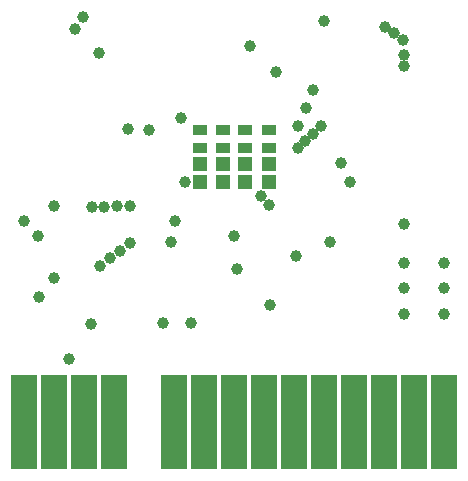
<source format=gbr>
G04 #@! TF.FileFunction,Soldermask,Bot*
%FSLAX46Y46*%
G04 Gerber Fmt 4.6, Leading zero omitted, Abs format (unit mm)*
G04 Created by KiCad (PCBNEW 4.0.0-rc1-stable) date 20-08-2016 17:56:14*
%MOMM*%
G01*
G04 APERTURE LIST*
%ADD10C,0.100000*%
%ADD11R,2.178000X8.020000*%
%ADD12R,1.197560X1.197560*%
%ADD13R,1.300000X0.900000*%
%ADD14C,1.000000*%
G04 APERTURE END LIST*
D10*
D11*
X165100000Y-93980000D03*
X162560000Y-93980000D03*
X160020000Y-93980000D03*
X157480000Y-93980000D03*
X154940000Y-93980000D03*
X152400000Y-93980000D03*
X149860000Y-93980000D03*
X147320000Y-93980000D03*
X144780000Y-93980000D03*
X142240000Y-93980000D03*
X137160000Y-93980000D03*
X134620000Y-93980000D03*
X132080000Y-93980000D03*
X129540000Y-93980000D03*
D12*
X144400000Y-72150700D03*
X144400000Y-73649300D03*
X146367500Y-72148700D03*
X146367500Y-73647300D03*
X148272500Y-72148700D03*
X148272500Y-73647300D03*
X150250000Y-72150700D03*
X150250000Y-73649300D03*
D13*
X146367500Y-69227000D03*
X146367500Y-70727000D03*
X150241000Y-69227000D03*
X150241000Y-70727000D03*
X144399000Y-69227000D03*
X144399000Y-70727000D03*
X148272500Y-69227000D03*
X148272500Y-70727000D03*
D14*
X132050000Y-75700000D03*
X132080000Y-81788000D03*
X135960000Y-80750000D03*
X135330000Y-75730000D03*
X136280000Y-75720000D03*
X136820000Y-80120000D03*
X137690000Y-79470000D03*
X137410000Y-75710000D03*
X138490000Y-78810000D03*
X138500000Y-75680000D03*
X152730000Y-68920000D03*
X152710000Y-70790000D03*
X153370000Y-70160000D03*
X153380000Y-67380000D03*
X154000000Y-69550000D03*
X154010000Y-65820000D03*
X130746500Y-78232000D03*
X130810000Y-83375500D03*
X165100000Y-84836000D03*
X161671000Y-84836000D03*
X161671000Y-80518000D03*
X165100000Y-80518000D03*
X143150000Y-73650000D03*
X156400000Y-72000000D03*
X142850000Y-68200000D03*
X165100000Y-82600000D03*
X161700000Y-82600000D03*
X161700000Y-63860000D03*
X161680000Y-62870000D03*
X161600000Y-61640000D03*
X160900000Y-60990000D03*
X160110000Y-60530000D03*
X150400000Y-84100000D03*
X152600000Y-79925000D03*
X154900000Y-60000000D03*
X154650000Y-68900000D03*
X143700000Y-85600000D03*
X134550000Y-59700000D03*
X135200000Y-85650000D03*
X141300000Y-85600000D03*
X147574000Y-81026000D03*
X150900000Y-64300000D03*
X148700000Y-62100000D03*
X141986000Y-78740000D03*
X133850000Y-60700000D03*
X133350000Y-88646000D03*
X161671000Y-77216000D03*
X157099000Y-73660000D03*
X142319000Y-76906000D03*
X155450000Y-78725000D03*
X140100000Y-69225000D03*
X138325000Y-69200000D03*
X135900000Y-62700000D03*
X129560000Y-76950000D03*
X147325000Y-78175000D03*
X149606000Y-74803000D03*
X150241000Y-75628500D03*
M02*

</source>
